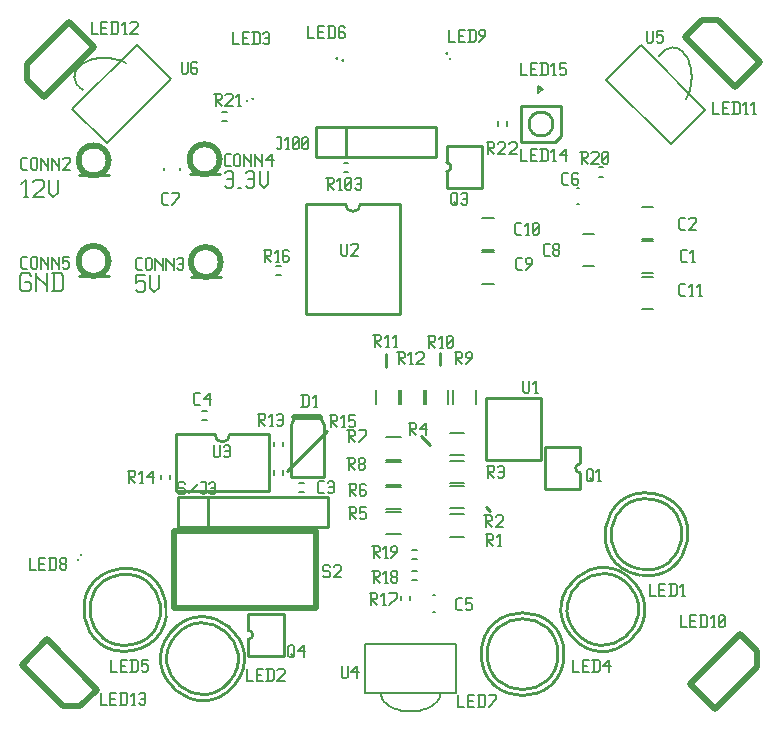
<source format=gbr>
G04 start of page 14 for group -4079 idx -4079 *
G04 Title: (unknown), topsilk *
G04 Creator: pcb 20100929 *
G04 CreationDate: Mon 18 Oct 2010 20:02:07 GMT UTC *
G04 For: alex *
G04 Format: Gerber/RS-274X *
G04 PCB-Dimensions: 253937 234252 *
G04 PCB-Coordinate-Origin: lower left *
%MOIN*%
%FSLAX25Y25*%
%LNFRONTSILK*%
%ADD11C,0.0200*%
%ADD12C,0.0098*%
%ADD19C,0.0079*%
%ADD40C,0.0197*%
%ADD62C,0.0100*%
%ADD63C,0.0080*%
G54D12*X159843Y68898D02*X158268Y70473D01*
X105512Y95670D02*X92126Y82284D01*
X125197Y121260D02*Y116930D01*
X142914Y121654D02*Y117717D01*
X136615Y94095D02*X138977Y91733D01*
Y91732D01*
X139764Y90945D01*
G54D19*X4264Y173510D02*X5704D01*
X4984Y179270D02*Y173510D01*
X3544Y177830D02*X4984Y179270D01*
X7433Y178550D02*X8153Y179270D01*
X10313D01*
X11033Y178550D01*
Y177110D01*
X7433Y173510D02*X11033Y177110D01*
X7433Y173510D02*X11033D01*
X12762Y179270D02*Y174950D01*
X14202Y173510D01*
X15642Y174950D01*
Y179270D02*Y174950D01*
X41733Y147773D02*X44613D01*
X41733D02*Y144893D01*
X42453Y145613D01*
X43893D01*
X44613Y144893D01*
Y142733D01*
X43893Y142013D02*X44613Y142733D01*
X42453Y142013D02*X43893D01*
X41733Y142733D02*X42453Y142013D01*
X46342Y147773D02*Y143453D01*
X47782Y142013D01*
X49222Y143453D01*
Y147773D02*Y143453D01*
X71260Y181699D02*X71980Y182419D01*
X73420D01*
X74140Y181699D01*
Y177379D01*
X73420Y176659D02*X74140Y177379D01*
X71980Y176659D02*X73420D01*
X71260Y177379D02*X71980Y176659D01*
Y179539D02*X74140D01*
X75869Y176659D02*X76589D01*
X78318Y181699D02*X79038Y182419D01*
X80478D01*
X81198Y181699D01*
Y177379D01*
X80478Y176659D02*X81198Y177379D01*
X79038Y176659D02*X80478D01*
X78318Y177379D02*X79038Y176659D01*
Y179539D02*X81198D01*
X82928Y182419D02*Y178099D01*
X84368Y176659D01*
X85808Y178099D01*
Y182419D02*Y178099D01*
X6030Y148167D02*X6750Y147447D01*
X3870Y148167D02*X6030D01*
X3150Y147447D02*X3870Y148167D01*
X3150Y147447D02*Y143127D01*
X3870Y142407D01*
X6030D01*
X6750Y143127D01*
Y144567D02*Y143127D01*
X6030Y145287D02*X6750Y144567D01*
X4590Y145287D02*X6030D01*
X8479Y148167D02*Y142407D01*
Y148167D02*Y147447D01*
X12079Y143847D01*
Y148167D02*Y142407D01*
X14528Y148167D02*Y142407D01*
X16688Y148167D02*X17408Y147447D01*
Y143127D01*
X16688Y142407D02*X17408Y143127D01*
X13808Y142407D02*X16688D01*
X13808Y148167D02*X16688D01*
G54D62*X184391Y21260D02*G75*G03X184391Y21260I-13800J0D01*G01*
X182391D02*G75*G03X182391Y21260I-11800J0D01*G01*
G54D63*X146457Y85631D02*X151181D01*
X146457Y78151D02*X151181D01*
X146457Y67915D02*X151181D01*
X146457Y60435D02*X151181D01*
X146457Y77364D02*X151181D01*
X146457Y69884D02*X151181D01*
X140551Y40944D02*X141337D01*
X140551Y35434D02*X141337D01*
G54D62*X90903Y34622D02*X79103D01*
X90903Y20722D02*Y34622D01*
X79103Y20722D02*X90903D01*
X79103Y26122D02*Y20722D01*
Y34622D02*Y29222D01*
Y26222D02*G75*G03X79103Y29222I0J1500D01*G01*
G54D19*X118111Y24608D02*Y8466D01*
Y24608D02*X148347D01*
Y8466D01*
X118111D02*X148347D01*
X123229D02*X123265Y7932D01*
X123372Y7402D01*
X123551Y6879D01*
X123800Y6368D01*
X124116Y5872D01*
X124498Y5395D01*
X124943Y4939D01*
X125448Y4509D01*
X126009Y4108D01*
X126622Y3738D01*
X127282Y3402D01*
X127985Y3103D01*
X128726Y2842D01*
X129500Y2622D01*
X130300Y2444D01*
X131122Y2309D01*
X131958Y2219D01*
X132804Y2173D01*
X133653D01*
X134499Y2219D01*
X135335Y2309D01*
X136157Y2444D01*
X136957Y2622D01*
X137731Y2842D01*
X138472Y3103D01*
X139175Y3402D01*
X139835Y3738D01*
X140448Y4108D01*
X141009Y4509D01*
X141514Y4939D01*
X141959Y5395D01*
X142341Y5872D01*
X142657Y6368D01*
X142906Y6879D01*
X143085Y7402D01*
X143192Y7932D01*
X143229Y8466D01*
G54D63*X125198Y77756D02*X129922D01*
X125198Y85236D02*X129922D01*
G54D19*X96063Y75264D02*X97637D01*
X96063Y78280D02*X97637D01*
G54D63*X125197Y61221D02*X129921D01*
X125197Y68701D02*X129921D01*
G54D19*X133697Y49057D02*X135271D01*
X133697Y46041D02*X135271D01*
X133095Y40784D02*Y39210D01*
X130079Y40784D02*Y39210D01*
G54D62*X104319Y97764D02*X103119Y100364D01*
X104319Y97764D02*Y80164D01*
X93319D02*X104319D01*
X93319Y97764D02*Y80164D01*
X94519Y100364D02*X93319Y97764D01*
G54D11*X94519Y100364D02*X103119D01*
G54D63*X125198Y69489D02*X129922D01*
X125198Y76969D02*X129922D01*
G54D19*X87862Y92126D02*Y90552D01*
X90878Y92126D02*Y90552D01*
X87863Y82677D02*Y81103D01*
X90879Y82677D02*Y81103D01*
G54D63*X121851Y109449D02*Y104725D01*
X129331Y109449D02*Y104725D01*
X146457Y95080D02*X151181D01*
X146457Y87600D02*X151181D01*
X210237Y147046D02*X214173D01*
X210237Y136418D02*X214173D01*
X210238Y158859D02*X214174D01*
X210238Y148231D02*X214174D01*
X210237Y170275D02*X214173D01*
X210237Y159647D02*X214173D01*
X190553Y161220D02*X194489D01*
X190553Y150592D02*X194489D01*
X157087Y155314D02*X161023D01*
X157087Y144686D02*X161023D01*
X157087Y166733D02*X161023D01*
X157087Y156105D02*X161023D01*
G54D62*X177958Y76322D02*X189758D01*
X177958Y90222D02*Y76322D01*
Y90222D02*X189758D01*
Y84822D01*
Y81722D02*Y76322D01*
Y84722D02*G75*G03X189758Y81722I0J-1500D01*G01*
X214288Y74815D02*G75*G03X214288Y74814I-2396J-13590D01*G01*
X213941Y72845D02*G75*G03X213941Y72844I-2049J-11620D01*G01*
X207922Y45028D02*G75*G03X207922Y45027I-10571J-8870D01*G01*
X206390Y43742D02*G75*G03X206390Y43741I-9039J-7584D01*G01*
G54D40*X248677Y16902D02*X234758Y2982D01*
X248677Y22471D02*X243110Y28039D01*
X226406Y11335D01*
X234758Y2982D02*X226406Y11335D01*
X248677Y22471D02*Y16902D01*
G54D62*X101717Y196969D02*X111717D01*
Y186969D01*
X101717Y196969D02*Y186969D01*
Y196969D02*X141717D01*
Y186969D01*
X101717D02*X141717D01*
X108712Y219816D02*G75*G03X108712Y219815I12967J-4719D01*G01*
X110591Y219132D02*G75*G03X110591Y219131I11088J-4035D01*G01*
X145325Y221401D02*G75*G03X145325Y221400I6900J-11951D01*G01*
X146325Y219669D02*G75*G03X146325Y219668I5900J-10219D01*G01*
G54D63*X130117Y109448D02*Y104724D01*
X137597Y109448D02*Y104724D01*
X125198Y86024D02*X129922D01*
X125198Y93504D02*X129922D01*
G54D62*X158323Y85963D02*X176623D01*
X158323Y106663D02*Y85963D01*
Y106663D02*X176623D01*
Y85963D01*
G54D63*X147442Y109448D02*Y104724D01*
X154922Y109448D02*Y104724D01*
G54D19*X133697Y55930D02*X135271D01*
X133697Y52914D02*X135271D01*
G54D63*X138385Y109448D02*Y104724D01*
X145865Y109448D02*Y104724D01*
G54D19*X219883Y191384D02*X231297Y202798D01*
X198503Y212764D02*X219883Y191384D01*
X198503Y212764D02*X209917Y224178D01*
X231297Y202798D01*
X225061Y206417D02*X225422Y207043D01*
X225749Y207714D01*
X226039Y208427D01*
X226290Y209177D01*
X226500Y209958D01*
X226667Y210764D01*
X226791Y211590D01*
X226870Y212429D01*
X226904Y213276D01*
X226893Y214125D01*
X226836Y214969D01*
X226735Y215802D01*
X226589Y216619D01*
X226400Y217413D01*
X226170Y218179D01*
X225899Y218911D01*
X225590Y219604D01*
X225246Y220253D01*
X224868Y220853D01*
X224459Y221400D01*
X224022Y221891D01*
X223561Y222320D01*
X223079Y222686D01*
X222578Y222986D01*
X222064Y223217D01*
X221539Y223378D01*
X221007Y223468D01*
X220473Y223486D01*
X219939Y223432D01*
X219410Y223307D01*
X218890Y223110D01*
X218382Y222844D01*
X217891Y222511D01*
X217418Y222113D01*
X216969Y221653D01*
X216546Y221134D01*
X216152Y220560D01*
X195903Y180473D02*X197477D01*
X195903Y183489D02*X197477D01*
G54D62*X157045Y190528D02*X145245D01*
X157045Y176628D02*Y190528D01*
X145245Y176628D02*X157045D01*
X145245Y182028D02*Y176628D01*
Y190528D02*Y185128D01*
Y182128D02*G75*G03X145245Y185128I0J1500D01*G01*
X183407Y194069D02*X181407Y192069D01*
X170027D02*X181407D01*
X170027Y203869D02*Y192069D01*
Y203869D02*X183407D01*
Y194069D01*
X180717Y197969D02*G75*G03X180717Y197969I-4000J0D01*G01*
G54D19*X165288Y198819D02*Y197245D01*
X162272Y198819D02*Y197245D01*
G54D63*X188584Y171262D02*X189370D01*
X188584Y176772D02*X189370D01*
G54D19*X175824Y209540D02*X177398D01*
X175824Y208359D01*
X177398Y209540D02*X175824Y210721D01*
Y208359D01*
G54D40*X235857Y232538D02*X249776Y218619D01*
X230288Y232538D02*X224720Y226970D01*
X241424Y210266D01*
X249776Y218619D02*X241424Y210266D01*
X230288Y232538D02*X235857D01*
G54D62*X22372Y52616D02*G75*G03X22372Y52615I6900J11951D01*G01*
X23372Y54348D02*G75*G03X23372Y54347I5900J10219D01*G01*
X40504Y22437D02*G75*G03X40504Y22436I-2396J13590D01*G01*
X40157Y24407D02*G75*G03X40157Y24406I-2049J11620D01*G01*
G54D40*X101574Y62205D02*Y36614D01*
X54330Y62205D02*X101574D01*
X54330D02*Y36614D01*
X101574D01*
G54D62*X55550Y73503D02*X65550D01*
Y63503D01*
X55550Y73503D02*Y63503D01*
Y73503D02*X105550D01*
Y63503D01*
X55550D02*X105550D01*
X74458Y10880D02*G75*G03X74458Y10879I-10571J8870D01*G01*
X72926Y12166D02*G75*G03X72926Y12165I-9039J7584D01*G01*
G54D40*X17491Y3882D02*X3572Y17801D01*
X23060Y3882D02*X28628Y9449D01*
X11924Y26153D01*
X3572Y17801D02*X11924Y26153D01*
X17491Y3882D02*X23060D01*
G54D62*X59567Y181220D02*X69567D01*
G54D11*Y186220D03*
X59567D03*
G75*G03X69567Y186220I5000J0D01*G01*
G75*G03X59567Y186220I-5000J0D01*G01*
G54D63*X56472Y183362D02*Y182576D01*
X50962Y183362D02*Y182576D01*
G54D19*X41886Y224407D02*X53301Y212993D01*
X31920Y191612D01*
X20506Y203027D02*X31920Y191612D01*
X41886Y224407D02*X20506Y203027D01*
X38267Y218172D02*X37641Y218533D01*
X36970Y218860D01*
X36257Y219150D01*
X35507Y219401D01*
X34726Y219611D01*
X33920Y219778D01*
X33094Y219902D01*
X32255Y219981D01*
X31408Y220015D01*
X30559Y220004D01*
X29715Y219947D01*
X28882Y219846D01*
X28065Y219700D01*
X27271Y219511D01*
X26505Y219281D01*
X25773Y219010D01*
X25080Y218701D01*
X24431Y218357D01*
X23831Y217979D01*
X23284Y217570D01*
X22793Y217133D01*
X22364Y216672D01*
X21998Y216190D01*
X21698Y215689D01*
X21467Y215175D01*
X21306Y214650D01*
X21216Y214118D01*
X21198Y213584D01*
X21252Y213050D01*
X21377Y212521D01*
X21574Y212001D01*
X21840Y211493D01*
X22173Y211002D01*
X22571Y210529D01*
X23031Y210080D01*
X23550Y209657D01*
X24124Y209263D01*
G54D40*X5457Y218139D02*X19376Y232059D01*
X5457Y212570D02*X11025Y207002D01*
X27729Y223706D01*
X19376Y232059D02*X27729Y223706D01*
X5457Y218139D02*Y212570D01*
G54D62*X59961Y146969D02*X69961D01*
G54D11*Y151969D03*
X59961D03*
G75*G03X69961Y151969I5000J0D01*G01*
G75*G03X59961Y151969I-5000J0D01*G01*
G54D62*X129602Y171334D02*X116536D01*
X98470D02*X111536D01*
X129602Y134768D02*Y171334D01*
X98470Y134768D02*X129602D01*
X98470Y171334D02*Y134768D01*
X111536Y171334D02*G75*G03X116536Y171334I2500J0D01*G01*
G54D19*X88351Y147795D02*X89925D01*
X88351Y150811D02*X89925D01*
G54D62*X22560Y180827D02*X32560D01*
G54D11*Y185827D03*
X22560D03*
G75*G03X32560Y185827I5000J0D01*G01*
G75*G03X22560Y185827I-5000J0D01*G01*
G54D62*X22559Y147363D02*X32559D01*
G54D11*Y152363D03*
X22559D03*
G75*G03X32559Y152363I5000J0D01*G01*
G75*G03X22559Y152363I-5000J0D01*G01*
G54D19*X110930Y181961D02*X112504D01*
X110930Y184977D02*X112504D01*
G54D62*X78739Y205653D02*G75*G03X78739Y205652I12967J4719D01*G01*
X80618Y206337D02*G75*G03X80618Y206336I11088J4035D01*G01*
G54D19*X70474Y198887D02*X72048D01*
X70474Y201903D02*X72048D01*
X53083Y81103D02*Y79529D01*
X50067Y81103D02*Y79529D01*
X63780Y102296D02*X65354D01*
X63780Y99280D02*X65354D01*
G54D62*X85973Y94540D02*X72973D01*
X54973D02*X67973D01*
X85973Y75540D02*Y94540D01*
X54973Y75540D02*X85973D01*
X54973Y94540D02*Y75540D01*
X67973Y94540D02*G75*G03X72973Y94540I2500J0D01*G01*
G54D19*X187403Y19473D02*Y15473D01*
X189403D01*
X190604Y17473D02*X192104D01*
X190604Y15473D02*X192604D01*
X190604Y19473D02*Y15473D01*
Y19473D02*X192604D01*
X194305D02*Y15473D01*
X195805Y19473D02*X196305Y18973D01*
Y15973D01*
X195805Y15473D02*X196305Y15973D01*
X193805Y15473D02*X195805D01*
X193805Y19473D02*X195805D01*
X197506Y17473D02*X199506Y19473D01*
X197506Y17473D02*X200006D01*
X199506Y19473D02*Y15473D01*
X149213Y7662D02*Y3662D01*
X151213D01*
X152414Y5662D02*X153914D01*
X152414Y3662D02*X154414D01*
X152414Y7662D02*Y3662D01*
Y7662D02*X154414D01*
X156115D02*Y3662D01*
X157615Y7662D02*X158115Y7162D01*
Y4162D01*
X157615Y3662D02*X158115Y4162D01*
X155615Y3662D02*X157615D01*
X155615Y7662D02*X157615D01*
X159316Y3662D02*X161816Y6162D01*
Y7662D02*Y6162D01*
X159316Y7662D02*X161816D01*
X119685Y41520D02*X121685D01*
X122185Y41020D01*
Y40020D01*
X121685Y39520D02*X122185Y40020D01*
X120185Y39520D02*X121685D01*
X120185Y41520D02*Y37520D01*
Y39520D02*X122185Y37520D01*
X123886D02*X124886D01*
X124386Y41520D02*Y37520D01*
X123386Y40520D02*X124386Y41520D01*
X126087Y37520D02*X128587Y40020D01*
Y41520D02*Y40020D01*
X126087Y41520D02*X128587D01*
X92508Y23661D02*Y20661D01*
Y23661D02*X93008Y24161D01*
X94008D01*
X94508Y23661D01*
Y20661D01*
X94008Y20161D02*X94508Y20661D01*
X93008Y20161D02*X94008D01*
X92508Y20661D02*X93008Y20161D01*
X93508Y21161D02*X94508Y20161D01*
X95709Y22161D02*X97709Y24161D01*
X95709Y22161D02*X98209D01*
X97709Y24161D02*Y20161D01*
X110238Y17308D02*Y13808D01*
X110738Y13308D01*
X111738D01*
X112238Y13808D01*
Y17308D02*Y13808D01*
X113439Y15308D02*X115439Y17308D01*
X113439Y15308D02*X115939D01*
X115439Y17308D02*Y13308D01*
X212992Y44670D02*Y40670D01*
X214992D01*
X216193Y42670D02*X217693D01*
X216193Y40670D02*X218193D01*
X216193Y44670D02*Y40670D01*
Y44670D02*X218193D01*
X219894D02*Y40670D01*
X221394Y44670D02*X221894Y44170D01*
Y41170D01*
X221394Y40670D02*X221894Y41170D01*
X219394Y40670D02*X221394D01*
X219394Y44670D02*X221394D01*
X223595Y40670D02*X224595D01*
X224095Y44670D02*Y40670D01*
X223095Y43670D02*X224095Y44670D01*
X158661Y84040D02*X160661D01*
X161161Y83540D01*
Y82540D01*
X160661Y82040D02*X161161Y82540D01*
X159161Y82040D02*X160661D01*
X159161Y84040D02*Y80040D01*
Y82040D02*X161161Y80040D01*
X162362Y83540D02*X162862Y84040D01*
X163862D01*
X164362Y83540D01*
Y80540D01*
X163862Y80040D02*X164362Y80540D01*
X162862Y80040D02*X163862D01*
X162362Y80540D02*X162862Y80040D01*
Y82040D02*X164362D01*
X191958Y82423D02*Y79423D01*
Y82423D02*X192458Y82923D01*
X193458D01*
X193958Y82423D01*
Y79423D01*
X193458Y78923D02*X193958Y79423D01*
X192458Y78923D02*X193458D01*
X191958Y79423D02*X192458Y78923D01*
X192958Y79923D02*X193958Y78923D01*
X195659D02*X196659D01*
X196159Y82923D02*Y78923D01*
X195159Y81923D02*X196159Y82923D01*
X158268Y61205D02*X160268D01*
X160768Y60705D01*
Y59705D01*
X160268Y59205D02*X160768Y59705D01*
X158768Y59205D02*X160268D01*
X158768Y61205D02*Y57205D01*
Y59205D02*X160768Y57205D01*
X162469D02*X163469D01*
X162969Y61205D02*Y57205D01*
X161969Y60205D02*X162969Y61205D01*
X157875Y67504D02*X159875D01*
X160375Y67004D01*
Y66004D01*
X159875Y65504D02*X160375Y66004D01*
X158375Y65504D02*X159875D01*
X158375Y67504D02*Y63504D01*
Y65504D02*X160375Y63504D01*
X161576Y67004D02*X162076Y67504D01*
X163576D01*
X164076Y67004D01*
Y66004D01*
X161576Y63504D02*X164076Y66004D01*
X161576Y63504D02*X164076D01*
X223229Y34237D02*Y30237D01*
X225229D01*
X226430Y32237D02*X227930D01*
X226430Y30237D02*X228430D01*
X226430Y34237D02*Y30237D01*
Y34237D02*X228430D01*
X230131D02*Y30237D01*
X231631Y34237D02*X232131Y33737D01*
Y30737D01*
X231631Y30237D02*X232131Y30737D01*
X229631Y30237D02*X231631D01*
X229631Y34237D02*X231631D01*
X233832Y30237D02*X234832D01*
X234332Y34237D02*Y30237D01*
X233332Y33237D02*X234332Y34237D01*
X236033Y30737D02*X236533Y30237D01*
X236033Y33737D02*Y30737D01*
Y33737D02*X236533Y34237D01*
X237533D01*
X238033Y33737D01*
Y30737D01*
X237533Y30237D02*X238033Y30737D01*
X236533Y30237D02*X237533D01*
X236033Y31237D02*X238033Y33237D01*
X88583Y193488D02*X90083D01*
Y189988D01*
X89583Y189488D02*X90083Y189988D01*
X89083Y189488D02*X89583D01*
X88583Y189988D02*X89083Y189488D01*
X91784D02*X92784D01*
X92284Y193488D02*Y189488D01*
X91284Y192488D02*X92284Y193488D01*
X93985Y189988D02*X94485Y189488D01*
X93985Y192988D02*Y189988D01*
Y192988D02*X94485Y193488D01*
X95485D01*
X95985Y192988D01*
Y189988D01*
X95485Y189488D02*X95985Y189988D01*
X94485Y189488D02*X95485D01*
X93985Y190488D02*X95985Y192488D01*
X97186Y189988D02*X97686Y189488D01*
X97186Y192988D02*Y189988D01*
Y192988D02*X97686Y193488D01*
X98686D01*
X99186Y192988D01*
Y189988D01*
X98686Y189488D02*X99186Y189988D01*
X97686Y189488D02*X98686D01*
X97186Y190488D02*X99186Y192488D01*
X71761Y183978D02*X73261D01*
X71261Y184478D02*X71761Y183978D01*
X71261Y187478D02*Y184478D01*
Y187478D02*X71761Y187978D01*
X73261D01*
X74462Y187478D02*Y184478D01*
Y187478D02*X74962Y187978D01*
X75962D01*
X76462Y187478D01*
Y184478D01*
X75962Y183978D02*X76462Y184478D01*
X74962Y183978D02*X75962D01*
X74462Y184478D02*X74962Y183978D01*
X77663Y187978D02*Y183978D01*
Y187978D02*Y187478D01*
X80163Y184978D01*
Y187978D02*Y183978D01*
X81364Y187978D02*Y183978D01*
Y187978D02*Y187478D01*
X83864Y184978D01*
Y187978D02*Y183978D01*
X85065Y185978D02*X87065Y187978D01*
X85065Y185978D02*X87565D01*
X87065Y187978D02*Y183978D01*
X67717Y208056D02*X69717D01*
X70217Y207556D01*
Y206556D01*
X69717Y206056D02*X70217Y206556D01*
X68217Y206056D02*X69717D01*
X68217Y208056D02*Y204056D01*
Y206056D02*X70217Y204056D01*
X71418Y207556D02*X71918Y208056D01*
X73418D01*
X73918Y207556D01*
Y206556D01*
X71418Y204056D02*X73918Y206556D01*
X71418Y204056D02*X73918D01*
X75619D02*X76619D01*
X76119Y208056D02*Y204056D01*
X75119Y207056D02*X76119Y208056D01*
X170866Y112386D02*Y108886D01*
X171366Y108386D01*
X172366D01*
X172866Y108886D01*
Y112386D02*Y108886D01*
X174567Y108386D02*X175567D01*
X175067Y112386D02*Y108386D01*
X174067Y111386D02*X175067Y112386D01*
X169004Y149330D02*X170504D01*
X168504Y149830D02*X169004Y149330D01*
X168504Y152830D02*Y149830D01*
Y152830D02*X169004Y153330D01*
X170504D01*
X171705Y149330D02*X173705Y151330D01*
Y152830D02*Y151330D01*
X173205Y153330D02*X173705Y152830D01*
X172205Y153330D02*X173205D01*
X171705Y152830D02*X172205Y153330D01*
X171705Y152830D02*Y151830D01*
X172205Y151330D01*
X173705D01*
X105119Y180103D02*X107119D01*
X107619Y179603D01*
Y178603D01*
X107119Y178103D02*X107619Y178603D01*
X105619Y178103D02*X107119D01*
X105619Y180103D02*Y176103D01*
Y178103D02*X107619Y176103D01*
X109320D02*X110320D01*
X109820Y180103D02*Y176103D01*
X108820Y179103D02*X109820Y180103D01*
X111521Y176603D02*X112021Y176103D01*
X111521Y179603D02*Y176603D01*
Y179603D02*X112021Y180103D01*
X113021D01*
X113521Y179603D01*
Y176603D01*
X113021Y176103D02*X113521Y176603D01*
X112021Y176103D02*X113021D01*
X111521Y177103D02*X113521Y179103D01*
X114722Y179603D02*X115222Y180103D01*
X116222D01*
X116722Y179603D01*
Y176603D01*
X116222Y176103D02*X116722Y176603D01*
X115222Y176103D02*X116222D01*
X114722Y176603D02*X115222Y176103D01*
Y178103D02*X116722D01*
X110067Y158051D02*Y154551D01*
X110567Y154051D01*
X111567D01*
X112067Y154551D01*
Y158051D02*Y154551D01*
X113268Y157551D02*X113768Y158051D01*
X115268D01*
X115768Y157551D01*
Y156551D01*
X113268Y154051D02*X115768Y156551D01*
X113268Y154051D02*X115768D01*
X84253Y156087D02*X86253D01*
X86753Y155587D01*
Y154587D01*
X86253Y154087D02*X86753Y154587D01*
X84753Y154087D02*X86253D01*
X84753Y156087D02*Y152087D01*
Y154087D02*X86753Y152087D01*
X88454D02*X89454D01*
X88954Y156087D02*Y152087D01*
X87954Y155087D02*X88954Y156087D01*
X92155D02*X92655Y155587D01*
X91155Y156087D02*X92155D01*
X90655Y155587D02*X91155Y156087D01*
X90655Y155587D02*Y152587D01*
X91155Y152087D01*
X92155Y154087D02*X92655Y153587D01*
X90655Y154087D02*X92155D01*
X91155Y152087D02*X92155D01*
X92655Y152587D01*
Y153587D02*Y152587D01*
X61524Y104450D02*X63024D01*
X61024Y104950D02*X61524Y104450D01*
X61024Y107950D02*Y104950D01*
Y107950D02*X61524Y108450D01*
X63024D01*
X64225Y106450D02*X66225Y108450D01*
X64225Y106450D02*X66725D01*
X66225Y108450D02*Y104450D01*
X67685Y90828D02*Y87328D01*
X68185Y86828D01*
X69185D01*
X69685Y87328D01*
Y90828D02*Y87328D01*
X70886Y90328D02*X71386Y90828D01*
X72386D01*
X72886Y90328D01*
Y87328D01*
X72386Y86828D02*X72886Y87328D01*
X71386Y86828D02*X72386D01*
X70886Y87328D02*X71386Y86828D01*
Y88828D02*X72886D01*
X99213Y230497D02*Y226497D01*
X101213D01*
X102414Y228497D02*X103914D01*
X102414Y226497D02*X104414D01*
X102414Y230497D02*Y226497D01*
Y230497D02*X104414D01*
X106115D02*Y226497D01*
X107615Y230497D02*X108115Y229997D01*
Y226997D01*
X107615Y226497D02*X108115Y226997D01*
X105615Y226497D02*X107615D01*
X105615Y230497D02*X107615D01*
X110816D02*X111316Y229997D01*
X109816Y230497D02*X110816D01*
X109316Y229997D02*X109816Y230497D01*
X109316Y229997D02*Y226997D01*
X109816Y226497D01*
X110816Y228497D02*X111316Y227997D01*
X109316Y228497D02*X110816D01*
X109816Y226497D02*X110816D01*
X111316Y226997D01*
Y227997D02*Y226997D01*
X56891Y218686D02*Y215186D01*
X57391Y214686D01*
X58391D01*
X58891Y215186D01*
Y218686D02*Y215186D01*
X61592Y218686D02*X62092Y218186D01*
X60592Y218686D02*X61592D01*
X60092Y218186D02*X60592Y218686D01*
X60092Y218186D02*Y215186D01*
X60592Y214686D01*
X61592Y216686D02*X62092Y216186D01*
X60092Y216686D02*X61592D01*
X60592Y214686D02*X61592D01*
X62092Y215186D01*
Y216186D02*Y215186D01*
X74017Y228527D02*Y224527D01*
X76017D01*
X77218Y226527D02*X78718D01*
X77218Y224527D02*X79218D01*
X77218Y228527D02*Y224527D01*
Y228527D02*X79218D01*
X80919D02*Y224527D01*
X82419Y228527D02*X82919Y228027D01*
Y225027D01*
X82419Y224527D02*X82919Y225027D01*
X80419Y224527D02*X82419D01*
X80419Y228527D02*X82419D01*
X84120Y228027D02*X84620Y228527D01*
X85620D01*
X86120Y228027D01*
Y225027D01*
X85620Y224527D02*X86120Y225027D01*
X84620Y224527D02*X85620D01*
X84120Y225027D02*X84620Y224527D01*
Y226527D02*X86120D01*
X146064Y229316D02*Y225316D01*
X148064D01*
X149265Y227316D02*X150765D01*
X149265Y225316D02*X151265D01*
X149265Y229316D02*Y225316D01*
Y229316D02*X151265D01*
X152966D02*Y225316D01*
X154466Y229316D02*X154966Y228816D01*
Y225816D01*
X154466Y225316D02*X154966Y225816D01*
X152466Y225316D02*X154466D01*
X152466Y229316D02*X154466D01*
X156167Y225316D02*X158167Y227316D01*
Y228816D02*Y227316D01*
X157667Y229316D02*X158167Y228816D01*
X156667Y229316D02*X157667D01*
X156167Y228816D02*X156667Y229316D01*
X156167Y228816D02*Y227816D01*
X156667Y227316D01*
X158167D01*
X212040Y229088D02*Y225588D01*
X212540Y225088D01*
X213540D01*
X214040Y225588D01*
Y229088D02*Y225588D01*
X215241Y229088D02*X217241D01*
X215241D02*Y227088D01*
X215741Y227588D01*
X216741D01*
X217241Y227088D01*
Y225588D01*
X216741Y225088D02*X217241Y225588D01*
X215741Y225088D02*X216741D01*
X215241Y225588D02*X215741Y225088D01*
X170079Y218292D02*Y214292D01*
X172079D01*
X173280Y216292D02*X174780D01*
X173280Y214292D02*X175280D01*
X173280Y218292D02*Y214292D01*
Y218292D02*X175280D01*
X176981D02*Y214292D01*
X178481Y218292D02*X178981Y217792D01*
Y214792D01*
X178481Y214292D02*X178981Y214792D01*
X176481Y214292D02*X178481D01*
X176481Y218292D02*X178481D01*
X180682Y214292D02*X181682D01*
X181182Y218292D02*Y214292D01*
X180182Y217292D02*X181182Y218292D01*
X182883D02*X184883D01*
X182883D02*Y216292D01*
X183383Y216792D01*
X184383D01*
X184883Y216292D01*
Y214792D01*
X184383Y214292D02*X184883Y214792D01*
X183383Y214292D02*X184383D01*
X182883Y214792D02*X183383Y214292D01*
X189764Y188764D02*X191764D01*
X192264Y188264D01*
Y187264D01*
X191764Y186764D02*X192264Y187264D01*
X190264Y186764D02*X191764D01*
X190264Y188764D02*Y184764D01*
Y186764D02*X192264Y184764D01*
X193465Y188264D02*X193965Y188764D01*
X195465D01*
X195965Y188264D01*
Y187264D01*
X193465Y184764D02*X195965Y187264D01*
X193465Y184764D02*X195965D01*
X197166Y185264D02*X197666Y184764D01*
X197166Y188264D02*Y185264D01*
Y188264D02*X197666Y188764D01*
X198666D01*
X199166Y188264D01*
Y185264D01*
X198666Y184764D02*X199166Y185264D01*
X197666Y184764D02*X198666D01*
X197166Y185764D02*X199166Y187764D01*
X146851Y174485D02*Y171485D01*
Y174485D02*X147351Y174985D01*
X148351D01*
X148851Y174485D01*
Y171485D01*
X148351Y170985D02*X148851Y171485D01*
X147351Y170985D02*X148351D01*
X146851Y171485D02*X147351Y170985D01*
X147851Y171985D02*X148851Y170985D01*
X150052Y174485D02*X150552Y174985D01*
X151552D01*
X152052Y174485D01*
Y171485D01*
X151552Y170985D02*X152052Y171485D01*
X150552Y170985D02*X151552D01*
X150052Y171485D02*X150552Y170985D01*
Y172985D02*X152052D01*
X170079Y189552D02*Y185552D01*
X172079D01*
X173280Y187552D02*X174780D01*
X173280Y185552D02*X175280D01*
X173280Y189552D02*Y185552D01*
Y189552D02*X175280D01*
X176981D02*Y185552D01*
X178481Y189552D02*X178981Y189052D01*
Y186052D01*
X178481Y185552D02*X178981Y186052D01*
X176481Y185552D02*X178481D01*
X176481Y189552D02*X178481D01*
X180682Y185552D02*X181682D01*
X181182Y189552D02*Y185552D01*
X180182Y188552D02*X181182Y189552D01*
X182883Y187552D02*X184883Y189552D01*
X182883Y187552D02*X185383D01*
X184883Y189552D02*Y185552D01*
X158662Y191914D02*X160662D01*
X161162Y191414D01*
Y190414D01*
X160662Y189914D02*X161162Y190414D01*
X159162Y189914D02*X160662D01*
X159162Y191914D02*Y187914D01*
Y189914D02*X161162Y187914D01*
X162363Y191414D02*X162863Y191914D01*
X164363D01*
X164863Y191414D01*
Y190414D01*
X162363Y187914D02*X164863Y190414D01*
X162363Y187914D02*X164863D01*
X166064Y191414D02*X166564Y191914D01*
X168064D01*
X168564Y191414D01*
Y190414D01*
X166064Y187914D02*X168564Y190414D01*
X166064Y187914D02*X168564D01*
X184359Y177678D02*X185859D01*
X183859Y178178D02*X184359Y177678D01*
X183859Y181178D02*Y178178D01*
Y181178D02*X184359Y181678D01*
X185859D01*
X188560D02*X189060Y181178D01*
X187560Y181678D02*X188560D01*
X187060Y181178D02*X187560Y181678D01*
X187060Y181178D02*Y178178D01*
X187560Y177678D01*
X188560Y179678D02*X189060Y179178D01*
X187060Y179678D02*X188560D01*
X187560Y177678D02*X188560D01*
X189060Y178178D01*
Y179178D02*Y178178D01*
X234056Y205300D02*Y201300D01*
X236056D01*
X237257Y203300D02*X238757D01*
X237257Y201300D02*X239257D01*
X237257Y205300D02*Y201300D01*
Y205300D02*X239257D01*
X240958D02*Y201300D01*
X242458Y205300D02*X242958Y204800D01*
Y201800D01*
X242458Y201300D02*X242958Y201800D01*
X240458Y201300D02*X242458D01*
X240458Y205300D02*X242458D01*
X244659Y201300D02*X245659D01*
X245159Y205300D02*Y201300D01*
X244159Y204300D02*X245159Y205300D01*
X247360Y201300D02*X248360D01*
X247860Y205300D02*Y201300D01*
X246860Y204300D02*X247860Y205300D01*
X148926Y35946D02*X150426D01*
X148426Y36446D02*X148926Y35946D01*
X148426Y39446D02*Y36446D01*
Y39446D02*X148926Y39946D01*
X150426D01*
X151627D02*X153627D01*
X151627D02*Y37946D01*
X152127Y38446D01*
X153127D01*
X153627Y37946D01*
Y36446D01*
X153127Y35946D02*X153627Y36446D01*
X152127Y35946D02*X153127D01*
X151627Y36446D02*X152127Y35946D01*
X148032Y121834D02*X150032D01*
X150532Y121334D01*
Y120334D01*
X150032Y119834D02*X150532Y120334D01*
X148532Y119834D02*X150032D01*
X148532Y121834D02*Y117834D01*
Y119834D02*X150532Y117834D01*
X151733D02*X153733Y119834D01*
Y121334D02*Y119834D01*
X153233Y121834D02*X153733Y121334D01*
X152233Y121834D02*X153233D01*
X151733Y121334D02*X152233Y121834D01*
X151733Y121334D02*Y120334D01*
X152233Y119834D01*
X153733D01*
X138977Y127347D02*X140977D01*
X141477Y126847D01*
Y125847D01*
X140977Y125347D02*X141477Y125847D01*
X139477Y125347D02*X140977D01*
X139477Y127347D02*Y123347D01*
Y125347D02*X141477Y123347D01*
X143178D02*X144178D01*
X143678Y127347D02*Y123347D01*
X142678Y126347D02*X143678Y127347D01*
X145379Y123847D02*X145879Y123347D01*
X145379Y126847D02*Y123847D01*
Y126847D02*X145879Y127347D01*
X146879D01*
X147379Y126847D01*
Y123847D01*
X146879Y123347D02*X147379Y123847D01*
X145879Y123347D02*X146879D01*
X145379Y124347D02*X147379Y126347D01*
X132678Y98214D02*X134678D01*
X135178Y97714D01*
Y96714D01*
X134678Y96214D02*X135178Y96714D01*
X133178Y96214D02*X134678D01*
X133178Y98214D02*Y94214D01*
Y96214D02*X135178Y94214D01*
X136379Y96214D02*X138379Y98214D01*
X136379Y96214D02*X138879D01*
X138379Y98214D02*Y94214D01*
X223335Y140670D02*X224835D01*
X222835Y141170D02*X223335Y140670D01*
X222835Y144170D02*Y141170D01*
Y144170D02*X223335Y144670D01*
X224835D01*
X226536Y140670D02*X227536D01*
X227036Y144670D02*Y140670D01*
X226036Y143670D02*X227036Y144670D01*
X229237Y140670D02*X230237D01*
X229737Y144670D02*Y140670D01*
X228737Y143670D02*X229737Y144670D01*
X223729Y152087D02*X225229D01*
X223229Y152587D02*X223729Y152087D01*
X223229Y155587D02*Y152587D01*
Y155587D02*X223729Y156087D01*
X225229D01*
X226930Y152087D02*X227930D01*
X227430Y156087D02*Y152087D01*
X226430Y155087D02*X227430Y156087D01*
X223335Y162718D02*X224835D01*
X222835Y163218D02*X223335Y162718D01*
X222835Y166218D02*Y163218D01*
Y166218D02*X223335Y166718D01*
X224835D01*
X226036Y166218D02*X226536Y166718D01*
X228036D01*
X228536Y166218D01*
Y165218D01*
X226036Y162718D02*X228536Y165218D01*
X226036Y162718D02*X228536D01*
X178059Y154056D02*X179559D01*
X177559Y154556D02*X178059Y154056D01*
X177559Y157556D02*Y154556D01*
Y157556D02*X178059Y158056D01*
X179559D01*
X180760Y154556D02*X181260Y154056D01*
X180760Y155556D02*Y154556D01*
Y155556D02*X181260Y156056D01*
X182260D01*
X182760Y155556D01*
Y154556D01*
X182260Y154056D02*X182760Y154556D01*
X181260Y154056D02*X182260D01*
X180760Y156556D02*X181260Y156056D01*
X180760Y157556D02*Y156556D01*
Y157556D02*X181260Y158056D01*
X182260D01*
X182760Y157556D01*
Y156556D01*
X182260Y156056D02*X182760Y156556D01*
X168611Y161142D02*X170111D01*
X168111Y161642D02*X168611Y161142D01*
X168111Y164642D02*Y161642D01*
Y164642D02*X168611Y165142D01*
X170111D01*
X171812Y161142D02*X172812D01*
X172312Y165142D02*Y161142D01*
X171312Y164142D02*X172312Y165142D01*
X174013Y161642D02*X174513Y161142D01*
X174013Y164642D02*Y161642D01*
Y164642D02*X174513Y165142D01*
X175513D01*
X176013Y164642D01*
Y161642D01*
X175513Y161142D02*X176013Y161642D01*
X174513Y161142D02*X175513D01*
X174013Y162142D02*X176013Y164142D01*
X6300Y53332D02*Y49332D01*
X8300D01*
X9501Y51332D02*X11001D01*
X9501Y49332D02*X11501D01*
X9501Y53332D02*Y49332D01*
Y53332D02*X11501D01*
X13202D02*Y49332D01*
X14702Y53332D02*X15202Y52832D01*
Y49832D01*
X14702Y49332D02*X15202Y49832D01*
X12702Y49332D02*X14702D01*
X12702Y53332D02*X14702D01*
X16403Y49832D02*X16903Y49332D01*
X16403Y50832D02*Y49832D01*
Y50832D02*X16903Y51332D01*
X17903D01*
X18403Y50832D01*
Y49832D01*
X17903Y49332D02*X18403Y49832D01*
X16903Y49332D02*X17903D01*
X16403Y51832D02*X16903Y51332D01*
X16403Y52832D02*Y51832D01*
Y52832D02*X16903Y53332D01*
X17903D01*
X18403Y52832D01*
Y51832D01*
X17903Y51332D02*X18403Y51832D01*
X33465Y19473D02*Y15473D01*
X35465D01*
X36666Y17473D02*X38166D01*
X36666Y15473D02*X38666D01*
X36666Y19473D02*Y15473D01*
Y19473D02*X38666D01*
X40367D02*Y15473D01*
X41867Y19473D02*X42367Y18973D01*
Y15973D01*
X41867Y15473D02*X42367Y15973D01*
X39867Y15473D02*X41867D01*
X39867Y19473D02*X41867D01*
X43568D02*X45568D01*
X43568D02*Y17473D01*
X44068Y17973D01*
X45068D01*
X45568Y17473D01*
Y15973D01*
X45068Y15473D02*X45568Y15973D01*
X44068Y15473D02*X45068D01*
X43568Y15973D02*X44068Y15473D01*
X38977Y82465D02*X40977D01*
X41477Y81965D01*
Y80965D01*
X40977Y80465D02*X41477Y80965D01*
X39477Y80465D02*X40977D01*
X39477Y82465D02*Y78465D01*
Y80465D02*X41477Y78465D01*
X43178D02*X44178D01*
X43678Y82465D02*Y78465D01*
X42678Y81465D02*X43678Y82465D01*
X45379Y80465D02*X47379Y82465D01*
X45379Y80465D02*X47879D01*
X47379Y82465D02*Y78465D01*
X29922Y8449D02*Y4449D01*
X31922D01*
X33123Y6449D02*X34623D01*
X33123Y4449D02*X35123D01*
X33123Y8449D02*Y4449D01*
Y8449D02*X35123D01*
X36824D02*Y4449D01*
X38324Y8449D02*X38824Y7949D01*
Y4949D01*
X38324Y4449D02*X38824Y4949D01*
X36324Y4449D02*X38324D01*
X36324Y8449D02*X38324D01*
X40525Y4449D02*X41525D01*
X41025Y8449D02*Y4449D01*
X40025Y7449D02*X41025Y8449D01*
X42726Y7949D02*X43226Y8449D01*
X44226D01*
X44726Y7949D01*
Y4949D01*
X44226Y4449D02*X44726Y4949D01*
X43226Y4449D02*X44226D01*
X42726Y4949D02*X43226Y4449D01*
Y6449D02*X44726D01*
X4044Y149724D02*X5544D01*
X3544Y150224D02*X4044Y149724D01*
X3544Y153224D02*Y150224D01*
Y153224D02*X4044Y153724D01*
X5544D01*
X6745Y153224D02*Y150224D01*
Y153224D02*X7245Y153724D01*
X8245D01*
X8745Y153224D01*
Y150224D01*
X8245Y149724D02*X8745Y150224D01*
X7245Y149724D02*X8245D01*
X6745Y150224D02*X7245Y149724D01*
X9946Y153724D02*Y149724D01*
Y153724D02*Y153224D01*
X12446Y150724D01*
Y153724D02*Y149724D01*
X13647Y153724D02*Y149724D01*
Y153724D02*Y153224D01*
X16147Y150724D01*
Y153724D02*Y149724D01*
X17348Y153724D02*X19348D01*
X17348D02*Y151724D01*
X17848Y152224D01*
X18848D01*
X19348Y151724D01*
Y150224D01*
X18848Y149724D02*X19348Y150224D01*
X17848Y149724D02*X18848D01*
X17348Y150224D02*X17848Y149724D01*
X4044Y182796D02*X5544D01*
X3544Y183296D02*X4044Y182796D01*
X3544Y186296D02*Y183296D01*
Y186296D02*X4044Y186796D01*
X5544D01*
X6745Y186296D02*Y183296D01*
Y186296D02*X7245Y186796D01*
X8245D01*
X8745Y186296D01*
Y183296D01*
X8245Y182796D02*X8745Y183296D01*
X7245Y182796D02*X8245D01*
X6745Y183296D02*X7245Y182796D01*
X9946Y186796D02*Y182796D01*
Y186796D02*Y186296D01*
X12446Y183796D01*
Y186796D02*Y182796D01*
X13647Y186796D02*Y182796D01*
Y186796D02*Y186296D01*
X16147Y183796D01*
Y186796D02*Y182796D01*
X17348Y186296D02*X17848Y186796D01*
X19348D01*
X19848Y186296D01*
Y185296D01*
X17348Y182796D02*X19848Y185296D01*
X17348Y182796D02*X19848D01*
X42232Y149331D02*X43732D01*
X41732Y149831D02*X42232Y149331D01*
X41732Y152831D02*Y149831D01*
Y152831D02*X42232Y153331D01*
X43732D01*
X44933Y152831D02*Y149831D01*
Y152831D02*X45433Y153331D01*
X46433D01*
X46933Y152831D01*
Y149831D01*
X46433Y149331D02*X46933Y149831D01*
X45433Y149331D02*X46433D01*
X44933Y149831D02*X45433Y149331D01*
X48134Y153331D02*Y149331D01*
Y153331D02*Y152831D01*
X50634Y150331D01*
Y153331D02*Y149331D01*
X51835Y153331D02*Y149331D01*
Y153331D02*Y152831D01*
X54335Y150331D01*
Y153331D02*Y149331D01*
X55536Y152831D02*X56036Y153331D01*
X57036D01*
X57536Y152831D01*
Y149831D01*
X57036Y149331D02*X57536Y149831D01*
X56036Y149331D02*X57036D01*
X55536Y149831D02*X56036Y149331D01*
Y151331D02*X57536D01*
X50894Y170985D02*X52394D01*
X50394Y171485D02*X50894Y170985D01*
X50394Y174485D02*Y171485D01*
Y174485D02*X50894Y174985D01*
X52394D01*
X53595Y170985D02*X56095Y173485D01*
Y174985D02*Y173485D01*
X53595Y174985D02*X56095D01*
X26969Y232072D02*Y228072D01*
X28969D01*
X30170Y230072D02*X31670D01*
X30170Y228072D02*X32170D01*
X30170Y232072D02*Y228072D01*
Y232072D02*X32170D01*
X33871D02*Y228072D01*
X35371Y232072D02*X35871Y231572D01*
Y228572D01*
X35371Y228072D02*X35871Y228572D01*
X33371Y228072D02*X35371D01*
X33371Y232072D02*X35371D01*
X37572Y228072D02*X38572D01*
X38072Y232072D02*Y228072D01*
X37072Y231072D02*X38072Y232072D01*
X39773Y231572D02*X40273Y232072D01*
X41773D01*
X42273Y231572D01*
Y230572D01*
X39773Y228072D02*X42273Y230572D01*
X39773Y228072D02*X42273D01*
X120866Y127740D02*X122866D01*
X123366Y127240D01*
Y126240D01*
X122866Y125740D02*X123366Y126240D01*
X121366Y125740D02*X122866D01*
X121366Y127740D02*Y123740D01*
Y125740D02*X123366Y123740D01*
X125067D02*X126067D01*
X125567Y127740D02*Y123740D01*
X124567Y126740D02*X125567Y127740D01*
X127768Y123740D02*X128768D01*
X128268Y127740D02*Y123740D01*
X127268Y126740D02*X128268Y127740D01*
X97351Y107661D02*Y103661D01*
X98851Y107661D02*X99351Y107161D01*
Y104161D01*
X98851Y103661D02*X99351Y104161D01*
X96851Y103661D02*X98851D01*
X96851Y107661D02*X98851D01*
X101052Y103661D02*X102052D01*
X101552Y107661D02*Y103661D01*
X100552Y106661D02*X101552Y107661D01*
X128741Y121835D02*X130741D01*
X131241Y121335D01*
Y120335D01*
X130741Y119835D02*X131241Y120335D01*
X129241Y119835D02*X130741D01*
X129241Y121835D02*Y117835D01*
Y119835D02*X131241Y117835D01*
X132942D02*X133942D01*
X133442Y121835D02*Y117835D01*
X132442Y120835D02*X133442Y121835D01*
X135143Y121335D02*X135643Y121835D01*
X137143D01*
X137643Y121335D01*
Y120335D01*
X135143Y117835D02*X137643Y120335D01*
X135143Y117835D02*X137643D01*
X120473Y57268D02*X122473D01*
X122973Y56768D01*
Y55768D01*
X122473Y55268D02*X122973Y55768D01*
X120973Y55268D02*X122473D01*
X120973Y57268D02*Y53268D01*
Y55268D02*X122973Y53268D01*
X124674D02*X125674D01*
X125174Y57268D02*Y53268D01*
X124174Y56268D02*X125174Y57268D01*
X126875Y53268D02*X128875Y55268D01*
Y56768D02*Y55268D01*
X128375Y57268D02*X128875Y56768D01*
X127375Y57268D02*X128375D01*
X126875Y56768D02*X127375Y57268D01*
X126875Y56768D02*Y55768D01*
X127375Y55268D01*
X128875D01*
X105937Y50968D02*X106437Y50468D01*
X104437Y50968D02*X105937D01*
X103937Y50468D02*X104437Y50968D01*
X103937Y50468D02*Y49468D01*
X104437Y48968D01*
X105937D01*
X106437Y48468D01*
Y47468D01*
X105937Y46968D02*X106437Y47468D01*
X104437Y46968D02*X105937D01*
X103937Y47468D02*X104437Y46968D01*
X107638Y50468D02*X108138Y50968D01*
X109638D01*
X110138Y50468D01*
Y49468D01*
X107638Y46968D02*X110138Y49468D01*
X107638Y46968D02*X110138D01*
X120472Y49001D02*X122472D01*
X122972Y48501D01*
Y47501D01*
X122472Y47001D02*X122972Y47501D01*
X120972Y47001D02*X122472D01*
X120972Y49001D02*Y45001D01*
Y47001D02*X122972Y45001D01*
X124673D02*X125673D01*
X125173Y49001D02*Y45001D01*
X124173Y48001D02*X125173Y49001D01*
X126874Y45501D02*X127374Y45001D01*
X126874Y46501D02*Y45501D01*
Y46501D02*X127374Y47001D01*
X128374D01*
X128874Y46501D01*
Y45501D01*
X128374Y45001D02*X128874Y45501D01*
X127374Y45001D02*X128374D01*
X126874Y47501D02*X127374Y47001D01*
X126874Y48501D02*Y47501D01*
Y48501D02*X127374Y49001D01*
X128374D01*
X128874Y48501D01*
Y47501D01*
X128374Y47001D02*X128874Y47501D01*
X82284Y101362D02*X84284D01*
X84784Y100862D01*
Y99862D01*
X84284Y99362D02*X84784Y99862D01*
X82784Y99362D02*X84284D01*
X82784Y101362D02*Y97362D01*
Y99362D02*X84784Y97362D01*
X86485D02*X87485D01*
X86985Y101362D02*Y97362D01*
X85985Y100362D02*X86985Y101362D01*
X88686Y100862D02*X89186Y101362D01*
X90186D01*
X90686Y100862D01*
Y97862D01*
X90186Y97362D02*X90686Y97862D01*
X89186Y97362D02*X90186D01*
X88686Y97862D02*X89186Y97362D01*
Y99362D02*X90686D01*
X78741Y16324D02*Y12324D01*
X80741D01*
X81942Y14324D02*X83442D01*
X81942Y12324D02*X83942D01*
X81942Y16324D02*Y12324D01*
Y16324D02*X83942D01*
X85643D02*Y12324D01*
X87143Y16324D02*X87643Y15824D01*
Y12824D01*
X87143Y12324D02*X87643Y12824D01*
X85143Y12324D02*X87143D01*
X85143Y16324D02*X87143D01*
X88844Y15824D02*X89344Y16324D01*
X90844D01*
X91344Y15824D01*
Y14824D01*
X88844Y12324D02*X91344Y14824D01*
X88844Y12324D02*X91344D01*
X106300Y100969D02*X108300D01*
X108800Y100469D01*
Y99469D01*
X108300Y98969D02*X108800Y99469D01*
X106800Y98969D02*X108300D01*
X106800Y100969D02*Y96969D01*
Y98969D02*X108800Y96969D01*
X110501D02*X111501D01*
X111001Y100969D02*Y96969D01*
X110001Y99969D02*X111001Y100969D01*
X112702D02*X114702D01*
X112702D02*Y98969D01*
X113202Y99469D01*
X114202D01*
X114702Y98969D01*
Y97469D01*
X114202Y96969D02*X114702Y97469D01*
X113202Y96969D02*X114202D01*
X112702Y97469D02*X113202Y96969D01*
X112206Y86796D02*X114206D01*
X114706Y86296D01*
Y85296D01*
X114206Y84796D02*X114706Y85296D01*
X112706Y84796D02*X114206D01*
X112706Y86796D02*Y82796D01*
Y84796D02*X114706Y82796D01*
X115907Y83296D02*X116407Y82796D01*
X115907Y84296D02*Y83296D01*
Y84296D02*X116407Y84796D01*
X117407D01*
X117907Y84296D01*
Y83296D01*
X117407Y82796D02*X117907Y83296D01*
X116407Y82796D02*X117407D01*
X115907Y85296D02*X116407Y84796D01*
X115907Y86296D02*Y85296D01*
Y86296D02*X116407Y86796D01*
X117407D01*
X117907Y86296D01*
Y85296D01*
X117407Y84796D02*X117907Y85296D01*
X112206Y95851D02*X114206D01*
X114706Y95351D01*
Y94351D01*
X114206Y93851D02*X114706Y94351D01*
X112706Y93851D02*X114206D01*
X112706Y95851D02*Y91851D01*
Y93851D02*X114706Y91851D01*
X115907D02*X118407Y94351D01*
Y95851D02*Y94351D01*
X115907Y95851D02*X118407D01*
X57550Y78503D02*X58050Y78003D01*
X56050Y78503D02*X57550D01*
X55550Y78003D02*X56050Y78503D01*
X55550Y78003D02*Y77003D01*
X56050Y76503D01*
X57550D01*
X58050Y76003D01*
Y75003D01*
X57550Y74503D02*X58050Y75003D01*
X56050Y74503D02*X57550D01*
X55550Y75003D02*X56050Y74503D01*
X59251Y75003D02*X62251Y78003D01*
X63452Y78503D02*X64952D01*
Y75003D01*
X64452Y74503D02*X64952Y75003D01*
X63952Y74503D02*X64452D01*
X63452Y75003D02*X63952Y74503D01*
X66153Y78003D02*X66653Y78503D01*
X67653D01*
X68153Y78003D01*
Y75003D01*
X67653Y74503D02*X68153Y75003D01*
X66653Y74503D02*X67653D01*
X66153Y75003D02*X66653Y74503D01*
Y76503D02*X68153D01*
X112599Y78134D02*X114599D01*
X115099Y77634D01*
Y76634D01*
X114599Y76134D02*X115099Y76634D01*
X113099Y76134D02*X114599D01*
X113099Y78134D02*Y74134D01*
Y76134D02*X115099Y74134D01*
X117800Y78134D02*X118300Y77634D01*
X116800Y78134D02*X117800D01*
X116300Y77634D02*X116800Y78134D01*
X116300Y77634D02*Y74634D01*
X116800Y74134D01*
X117800Y76134D02*X118300Y75634D01*
X116300Y76134D02*X117800D01*
X116800Y74134D02*X117800D01*
X118300Y74634D01*
Y75634D02*Y74634D01*
X112599Y70261D02*X114599D01*
X115099Y69761D01*
Y68761D01*
X114599Y68261D02*X115099Y68761D01*
X113099Y68261D02*X114599D01*
X113099Y70261D02*Y66261D01*
Y68261D02*X115099Y66261D01*
X116300Y70261D02*X118300D01*
X116300D02*Y68261D01*
X116800Y68761D01*
X117800D01*
X118300Y68261D01*
Y66761D01*
X117800Y66261D02*X118300Y66761D01*
X116800Y66261D02*X117800D01*
X116300Y66761D02*X116800Y66261D01*
X102862Y74922D02*X104362D01*
X102362Y75422D02*X102862Y74922D01*
X102362Y78422D02*Y75422D01*
Y78422D02*X102862Y78922D01*
X104362D01*
X105563Y78422D02*X106063Y78922D01*
X107063D01*
X107563Y78422D01*
Y75422D01*
X107063Y74922D02*X107563Y75422D01*
X106063Y74922D02*X107063D01*
X105563Y75422D02*X106063Y74922D01*
Y76922D02*X107563D01*
M02*

</source>
